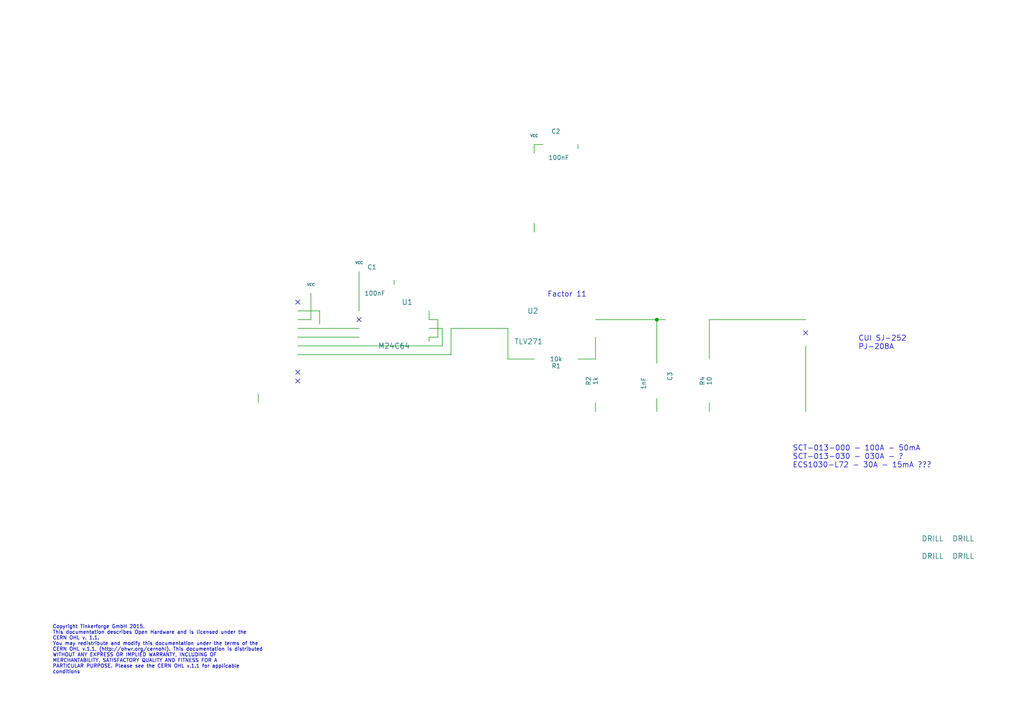
<source format=kicad_sch>
(kicad_sch (version 20230121) (generator eeschema)
  (paper "A4")
  (title_block (title "AC Current Bricklet") (date "Mo 30 Mär 2015") (rev "1.0") (company "Tinkerforge GmbH") (comment 1 "Licensed under CERN OHL v.1.1") (comment 2 "Copyright (©) 2015, B.Nordmeyer <bastian@tinkerforge.com>"))
  (lib_symbols)
  (junction (at 190.5 92.71))
  (no_connect (at 86.36 110.49))
  (no_connect (at 86.36 87.63))
  (no_connect (at 233.68 96.52))
  (no_connect (at 104.14 92.71))
  (no_connect (at 86.36 107.95))
  (wire (pts (xy 147.32 104.14) (xy 154.94 104.14)))
  (wire (pts (xy 205.74 119.38) (xy 205.74 116.84)))
  (wire (pts (xy 86.36 100.33) (xy 128.27 100.33)))
  (wire (pts (xy 167.64 43.18) (xy 167.64 41.91)))
  (wire (pts (xy 233.68 119.38) (xy 233.68 100.33)))
  (wire (pts (xy 190.5 119.38) (xy 190.5 115.57)))
  (wire (pts (xy 114.3 81.28) (xy 114.3 82.55)))
  (wire (pts (xy 172.72 92.71) (xy 190.5 92.71)))
  (wire (pts (xy 128.27 100.33) (xy 128.27 95.25)))
  (wire (pts (xy 86.36 102.87) (xy 130.81 102.87)))
  (wire (pts (xy 90.17 85.09) (xy 90.17 92.71)))
  (wire (pts (xy 124.46 92.71) (xy 124.46 90.17)))
  (wire (pts (xy 86.36 90.17) (xy 92.71 90.17)))
  (wire (pts (xy 147.32 95.25) (xy 147.32 104.14)))
  (wire (pts (xy 104.14 95.25) (xy 86.36 95.25)))
  (wire (pts (xy 205.74 104.14) (xy 205.74 92.71)))
  (wire (pts (xy 130.81 102.87) (xy 130.81 95.25)))
  (wire (pts (xy 127 92.71) (xy 124.46 92.71)))
  (wire (pts (xy 172.72 119.38) (xy 172.72 116.84)))
  (wire (pts (xy 128.27 95.25) (xy 124.46 95.25)))
  (wire (pts (xy 92.71 90.17) (xy 92.71 93.98)))
  (wire (pts (xy 172.72 104.14) (xy 167.64 104.14)))
  (wire (pts (xy 127 97.79) (xy 124.46 97.79)))
  (wire (pts (xy 154.94 41.91) (xy 157.48 41.91)))
  (wire (pts (xy 130.81 95.25) (xy 147.32 95.25)))
  (wire (pts (xy 127 97.79) (xy 127 92.71)))
  (wire (pts (xy 190.5 105.41) (xy 190.5 92.71)))
  (wire (pts (xy 124.46 97.79) (xy 124.46 99.06)))
  (wire (pts (xy 172.72 97.79) (xy 172.72 104.14)))
  (wire (pts (xy 190.5 92.71) (xy 193.04 92.71)))
  (wire (pts (xy 74.93 116.84) (xy 74.93 114.3)))
  (wire (pts (xy 205.74 92.71) (xy 233.68 92.71)))
  (wire (pts (xy 104.14 97.79) (xy 86.36 97.79)))
  (wire (pts (xy 154.94 41.91) (xy 154.94 44.45)))
  (wire (pts (xy 104.14 78.74) (xy 104.14 90.17)))
  (wire (pts (xy 90.17 92.71) (xy 86.36 92.71)))
  (wire (pts (xy 154.94 67.31) (xy 154.94 64.77)))
  (text "CUI SJ-252\nPJ-208A" (at 248.92 101.6 0) (effects (font (size 1.524 1.524)) (justify left bottom)))
  (text "Factor 11" (at 158.75 86.36 0) (effects (font (size 1.524 1.524)) (justify left bottom)))
  (text "Copyright Tinkerforge GmbH 2015.\nThis documentation describes Open Hardware and is licensed under the\nCERN OHL v. 1.1.\nYou may redistribute and modify this documentation under the terms of the\nCERN OHL v.1.1. (http://ohwr.org/cernohl). This documentation is distributed\nWITHOUT ANY EXPRESS OR IMPLIED WARRANTY, INCLUDING OF\nMERCHANTABILITY, SATISFACTORY QUALITY AND FITNESS FOR A\nPARTICULAR PURPOSE. Please see the CERN OHL v.1.1 for applicable\nconditions\n" (at 15.24 195.58 0) (effects (font (size 1.016 1.016)) (justify left bottom)))
  (text "SCT-013-000 - 100A - 50mA\nSCT-013-030 - 030A - ?\nECS1030-L72 - 30A - 15mA ???" (at 229.87 135.89 0) (effects (font (size 1.524 1.524)) (justify left bottom)))
  (symbol (lib_id "CON-SENSOR") (at 74.93 99.06 0) (mirror y) (unit 1)
    (property "Reference" "P1" (at 81.28 85.09 0) (effects (font (size 1.524 1.524))))
    (property "Value" "CON-SENSOR" (at 71.12 99.06 90) (effects (font (size 1.524 1.524))))
    (property "Footprint" "kicad-libraries:CON-SENSOR" (effects hide))
  )
  (symbol (lib_id "GND") (at 74.93 116.84 0) (unit 1)
    (property "Reference" "#PWR06" (effects hide))
    (property "Value" "GND" (effects hide))
  )
  (symbol (lib_id "GND") (at 92.71 93.98 0) (unit 1)
    (property "Reference" "#PWR05" (effects hide))
    (property "Value" "GND" (effects hide))
  )
  (symbol (lib_id "VCC") (at 90.17 85.09 0) (unit 1)
    (property "Reference" "#PWR04" (effects hide))
    (property "Value" "VCC" (at 90.17 82.55 0) (effects (font (size 0.762 0.762))))
  )
  (symbol (lib_id "CAT24C") (at 114.3 100.33 0) (mirror y) (unit 1)
    (property "Reference" "U1" (at 118.11 87.63 0) (effects (font (size 1.524 1.524))))
    (property "Value" "M24C64" (at 114.3 100.33 0) (effects (font (size 1.524 1.524))))
    (property "Footprint" "kicad-libraries:SOIC8" (effects hide))
  )
  (symbol (lib_id "C") (at 109.22 81.28 90) (unit 1)
    (property "Reference" "C1" (at 109.22 77.47 90) (effects (justify left)))
    (property "Value" "100nF" (at 111.76 85.09 90) (effects (justify left)))
    (property "Footprint" "kicad-libraries:0603" (effects hide))
  )
  (symbol (lib_id "DRILL") (at 279.4 161.29 0) (unit 1)
    (property "Reference" "U6" (effects hide))
    (property "Value" "DRILL" (at 279.4 161.29 0) (effects (font (size 1.524 1.524))))
    (property "Footprint" "kicad-libraries:DRILL_NP" (effects hide))
  )
  (symbol (lib_id "DRILL") (at 279.4 156.21 0) (unit 1)
    (property "Reference" "U5" (effects hide))
    (property "Value" "DRILL" (at 279.4 156.21 0) (effects (font (size 1.524 1.524))))
    (property "Footprint" "kicad-libraries:DRILL_NP" (effects hide))
  )
  (symbol (lib_id "GND") (at 124.46 99.06 0) (unit 1)
    (property "Reference" "#PWR03" (effects hide))
    (property "Value" "GND" (effects hide))
  )
  (symbol (lib_id "VCC") (at 104.14 78.74 0) (unit 1)
    (property "Reference" "#PWR02" (effects hide))
    (property "Value" "VCC" (at 104.14 76.2 0) (effects (font (size 0.762 0.762))))
  )
  (symbol (lib_id "GND") (at 114.3 82.55 0) (unit 1)
    (property "Reference" "#PWR01" (effects hide))
    (property "Value" "GND" (effects hide))
  )
  (symbol (lib_id "DRILL") (at 270.51 156.21 0) (unit 1)
    (property "Reference" "U3" (effects hide))
    (property "Value" "DRILL" (at 270.51 156.21 0) (effects (font (size 1.524 1.524))))
    (property "Footprint" "kicad-libraries:DRILL_NP" (effects hide))
  )
  (symbol (lib_id "DRILL") (at 270.51 161.29 0) (unit 1)
    (property "Reference" "U4" (effects hide))
    (property "Value" "DRILL" (at 270.51 161.29 0) (effects (font (size 1.524 1.524))))
    (property "Footprint" "kicad-libraries:DRILL_NP" (effects hide))
  )
  (symbol (lib_id "TLV271") (at 160.02 95.25 0) (mirror y) (unit 1)
    (property "Reference" "U2" (at 156.21 90.17 0) (effects (font (size 1.524 1.524)) (justify left)))
    (property "Value" "TLV271" (at 157.48 99.06 0) (effects (font (size 1.524 1.524)) (justify left)))
    (property "Footprint" "kicad-libraries:SOT23-5" (effects hide))
  )
  (symbol (lib_id "TLV271") (at 154.94 54.61 0) (unit 2)
    (property "Reference" "U2" (at 158.75 49.53 0) (effects (font (size 1.524 1.524)) (justify left)))
    (property "Value" "TLV271" (at 158.75 60.96 0) (effects (font (size 1.524 1.524)) (justify left)))
    (property "Footprint" "kicad-libraries:SOT23-5" (effects hide))
  )
  (symbol (lib_id "VCC") (at 154.94 41.91 0) (unit 1)
    (property "Reference" "#PWR07" (effects hide))
    (property "Value" "VCC" (at 154.94 39.37 0) (effects (font (size 0.762 0.762))))
  )
  (symbol (lib_id "GND") (at 154.94 67.31 0) (unit 1)
    (property "Reference" "#PWR08" (effects hide))
    (property "Value" "GND" (effects hide))
  )
  (symbol (lib_id "C") (at 162.56 41.91 90) (unit 1)
    (property "Reference" "C2" (at 162.56 38.1 90) (effects (justify left)))
    (property "Value" "100nF" (at 165.1 45.72 90) (effects (justify left)))
    (property "Footprint" "kicad-libraries:0603" (effects hide))
  )
  (symbol (lib_id "GND") (at 167.64 43.18 0) (unit 1)
    (property "Reference" "#PWR09" (effects hide))
    (property "Value" "GND" (effects hide))
  )
  (symbol (lib_id "R") (at 199.39 92.71 270) (unit 1)
    (property "Reference" "R3" (at 199.39 94.742 90))
    (property "Value" "10k" (at 199.39 92.71 90))
    (property "Footprint" "kicad-libraries:0603" (effects hide))
  )
  (symbol (lib_id "C") (at 190.5 110.49 0) (unit 1)
    (property "Reference" "C3" (at 194.31 110.49 90) (effects (justify left)))
    (property "Value" "1nF" (at 186.69 113.03 90) (effects (justify left)))
    (property "Footprint" "kicad-libraries:0603" (effects hide))
  )
  (symbol (lib_id "R") (at 161.29 104.14 270) (unit 1)
    (property "Reference" "R1" (at 161.29 106.172 90))
    (property "Value" "10k" (at 161.29 104.14 90))
    (property "Footprint" "kicad-libraries:0603" (effects hide))
  )
  (symbol (lib_id "R") (at 172.72 110.49 180) (unit 1)
    (property "Reference" "R2" (at 170.688 110.49 90))
    (property "Value" "1k" (at 172.72 110.49 90))
    (property "Footprint" "kicad-libraries:0603" (effects hide))
  )
  (symbol (lib_id "GND") (at 172.72 119.38 0) (unit 1)
    (property "Reference" "#PWR010" (effects hide))
    (property "Value" "GND" (effects hide))
  )
  (symbol (lib_id "GND") (at 190.5 119.38 0) (unit 1)
    (property "Reference" "#PWR011" (effects hide))
    (property "Value" "GND" (effects hide))
  )
  (symbol (lib_id "R") (at 205.74 110.49 180) (unit 1)
    (property "Reference" "R4" (at 203.708 110.49 90))
    (property "Value" "10" (at 205.74 110.49 90))
    (property "Footprint" "kicad-libraries:1206" (effects hide))
  )
  (symbol (lib_id "GND") (at 205.74 119.38 0) (unit 1)
    (property "Reference" "#PWR012" (effects hide))
    (property "Value" "GND" (effects hide))
  )
  (symbol (lib_id "audio-jack") (at 245.11 96.52 0) (unit 1)
    (property "Reference" "J1" (at 234.696 89.408 0) (effects (font (size 1.524 1.524))))
    (property "Value" "sensor" (at 239.776 102.235 0) (effects (font (size 1.524 1.524))))
    (property "Footprint" "kicad-libraries:audio-jack" (effects hide))
  )
  (symbol (lib_id "GND") (at 233.68 119.38 0) (unit 1)
    (property "Reference" "#PWR013" (effects hide))
    (property "Value" "GND" (effects hide))
  )
)
</source>
